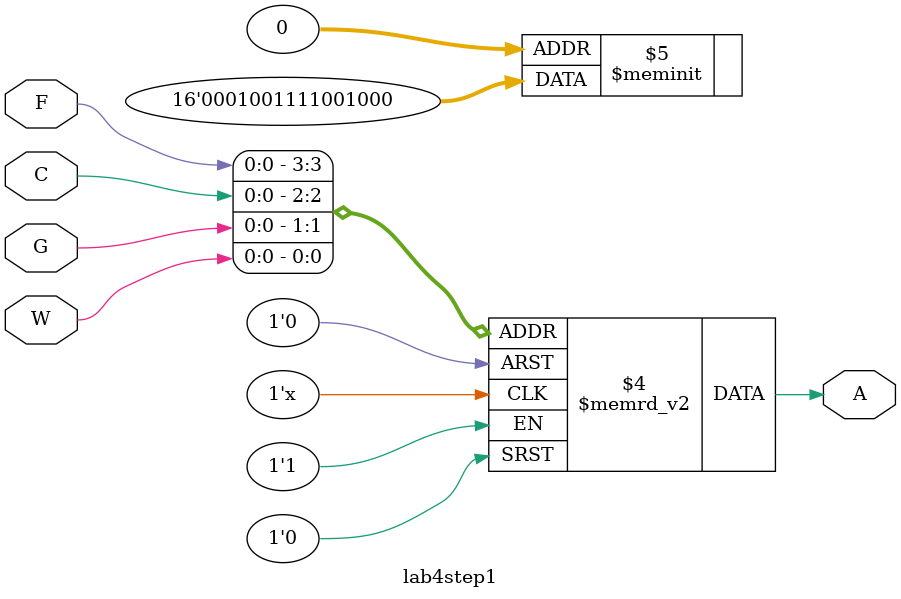
<source format=v>
module lab4step1(A,F,C,G,W);
	input F, C, G, W;
	output A;
	reg A;
	always @(F or C or G or W)
		begin
			case({F,C,G,W})
				4'b0000: A = 'b0;
				4'b0001: A = 'b0;
				4'b0010: A = 'b0;
				4'b0011: A = 'b1;
				4'b0100: A = 'b0;
				4'b0101: A = 'b0;
				4'b0110: A = 'b1;
				4'b0111: A = 'b1;
				4'b1000: A = 'b1;
				4'b1001: A = 'b1;
				4'b1010: A = 'b0;
				4'b1011: A = 'b0;
				4'b1100: A = 'b1;
				4'b1101: A = 'b0;
				4'b1110: A = 'b0;
				4'b1111: A = 'b0;
			endcase
		end
endmodule
			
</source>
